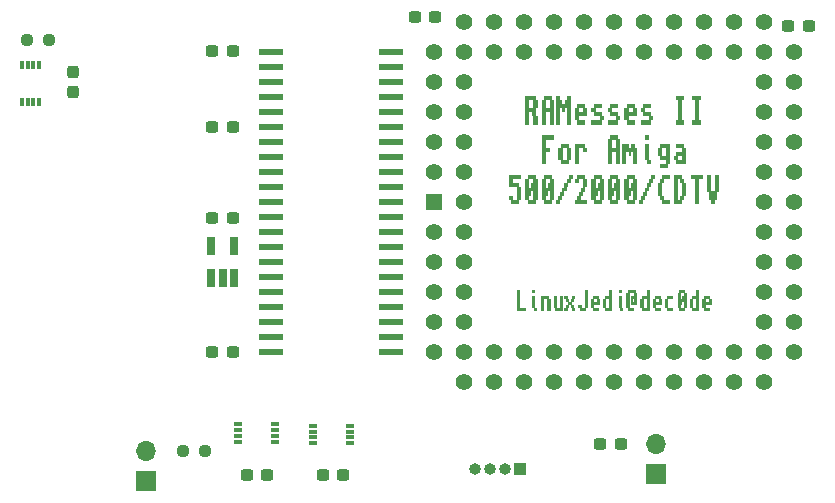
<source format=gts>
G04 #@! TF.GenerationSoftware,KiCad,Pcbnew,7.0.0-1.fc37*
G04 #@! TF.CreationDate,2023-02-19T18:56:11+00:00*
G04 #@! TF.ProjectId,Agnus,41676e75-732e-46b6-9963-61645f706362,rev?*
G04 #@! TF.SameCoordinates,Original*
G04 #@! TF.FileFunction,Soldermask,Top*
G04 #@! TF.FilePolarity,Negative*
%FSLAX46Y46*%
G04 Gerber Fmt 4.6, Leading zero omitted, Abs format (unit mm)*
G04 Created by KiCad (PCBNEW 7.0.0-1.fc37) date 2023-02-19 18:56:11*
%MOMM*%
%LPD*%
G01*
G04 APERTURE LIST*
G04 Aperture macros list*
%AMRoundRect*
0 Rectangle with rounded corners*
0 $1 Rounding radius*
0 $2 $3 $4 $5 $6 $7 $8 $9 X,Y pos of 4 corners*
0 Add a 4 corners polygon primitive as box body*
4,1,4,$2,$3,$4,$5,$6,$7,$8,$9,$2,$3,0*
0 Add four circle primitives for the rounded corners*
1,1,$1+$1,$2,$3*
1,1,$1+$1,$4,$5*
1,1,$1+$1,$6,$7*
1,1,$1+$1,$8,$9*
0 Add four rect primitives between the rounded corners*
20,1,$1+$1,$2,$3,$4,$5,0*
20,1,$1+$1,$4,$5,$6,$7,0*
20,1,$1+$1,$6,$7,$8,$9,0*
20,1,$1+$1,$8,$9,$2,$3,0*%
G04 Aperture macros list end*
%ADD10C,0.300000*%
%ADD11C,0.150000*%
%ADD12R,0.800000X0.300000*%
%ADD13RoundRect,0.237500X0.300000X0.237500X-0.300000X0.237500X-0.300000X-0.237500X0.300000X-0.237500X0*%
%ADD14RoundRect,0.237500X-0.250000X-0.237500X0.250000X-0.237500X0.250000X0.237500X-0.250000X0.237500X0*%
%ADD15RoundRect,0.237500X0.250000X0.237500X-0.250000X0.237500X-0.250000X-0.237500X0.250000X-0.237500X0*%
%ADD16RoundRect,0.237500X-0.300000X-0.237500X0.300000X-0.237500X0.300000X0.237500X-0.300000X0.237500X0*%
%ADD17R,0.300000X0.800000*%
%ADD18R,2.032000X0.508000*%
%ADD19R,0.650000X1.560000*%
%ADD20R,1.000000X1.000000*%
%ADD21O,1.000000X1.000000*%
%ADD22R,1.700000X1.700000*%
%ADD23O,1.700000X1.700000*%
%ADD24RoundRect,0.237500X0.237500X-0.300000X0.237500X0.300000X-0.237500X0.300000X-0.237500X-0.300000X0*%
%ADD25R,1.422400X1.422400*%
%ADD26C,1.422400*%
G04 APERTURE END LIST*
D10*
G36*
X143736318Y-43418479D02*
G01*
X143898984Y-43418479D01*
X143898984Y-44106267D01*
X143736318Y-44106267D01*
X143736318Y-44825318D01*
X143898984Y-44825318D01*
X143898984Y-45513106D01*
X143548740Y-45513106D01*
X143548740Y-44825318D01*
X143386074Y-44825318D01*
X143386074Y-44455534D01*
X143211196Y-44455534D01*
X143211196Y-45513106D01*
X142860952Y-45513106D01*
X142860952Y-43423852D01*
X143211196Y-43423852D01*
X143211196Y-44106267D01*
X143548740Y-44106267D01*
X143548740Y-43423852D01*
X143211196Y-43423852D01*
X142860952Y-43423852D01*
X142860952Y-43074585D01*
X143736318Y-43074585D01*
X143736318Y-43418479D01*
G37*
G36*
X145135341Y-43418479D02*
G01*
X145298007Y-43418479D01*
X145298007Y-45513106D01*
X144947763Y-45513106D01*
X144947763Y-44455534D01*
X144610219Y-44455534D01*
X144610219Y-45513106D01*
X144259975Y-45513106D01*
X144259975Y-43423852D01*
X144610219Y-43423852D01*
X144610219Y-44106267D01*
X144947763Y-44106267D01*
X144947763Y-43423852D01*
X144610219Y-43423852D01*
X144259975Y-43423852D01*
X144259975Y-43418479D01*
X144447554Y-43418479D01*
X144447554Y-43074585D01*
X145135341Y-43074585D01*
X145135341Y-43418479D01*
G37*
G36*
X146002892Y-44106267D02*
G01*
X145821664Y-44106267D01*
X145821664Y-45513106D01*
X145471420Y-45513106D01*
X145471420Y-43074585D01*
X145821664Y-43074585D01*
X145821664Y-43418479D01*
X146002892Y-43418479D01*
X146002892Y-43762373D01*
X146190470Y-43762373D01*
X146190470Y-43418479D01*
X146346786Y-43418479D01*
X146346786Y-43074585D01*
X146697030Y-43074585D01*
X146697030Y-45513106D01*
X146346786Y-45513106D01*
X146346786Y-44106267D01*
X146190470Y-44106267D01*
X146190470Y-44450161D01*
X146002892Y-44450161D01*
X146002892Y-44106267D01*
G37*
G36*
X147933387Y-44106267D02*
G01*
X148096053Y-44106267D01*
X148096053Y-44825318D01*
X147408265Y-44825318D01*
X147408265Y-45163838D01*
X147933387Y-45163838D01*
X147933387Y-45513106D01*
X147245600Y-45513106D01*
X147245600Y-45163838D01*
X147058021Y-45163838D01*
X147058021Y-44111640D01*
X147408265Y-44111640D01*
X147408265Y-44476050D01*
X147745809Y-44476050D01*
X147745809Y-44111640D01*
X147408265Y-44111640D01*
X147058021Y-44111640D01*
X147058021Y-44106267D01*
X147245600Y-44106267D01*
X147245600Y-43762373D01*
X147933387Y-43762373D01*
X147933387Y-44106267D01*
G37*
G36*
X148644623Y-43762373D02*
G01*
X149332410Y-43762373D01*
X149332410Y-44111640D01*
X148807288Y-44111640D01*
X148807288Y-44476050D01*
X149332410Y-44476050D01*
X149332410Y-44819944D01*
X149495076Y-44819944D01*
X149495076Y-45163838D01*
X149332410Y-45163838D01*
X149332410Y-45513106D01*
X148457044Y-45513106D01*
X148457044Y-45163838D01*
X149144832Y-45163838D01*
X149144832Y-44819944D01*
X148644623Y-44819944D01*
X148644623Y-44455534D01*
X148457044Y-44455534D01*
X148457044Y-44106267D01*
X148644623Y-44106267D01*
X148644623Y-43762373D01*
G37*
G36*
X150043646Y-43762373D02*
G01*
X150731434Y-43762373D01*
X150731434Y-44111640D01*
X150206311Y-44111640D01*
X150206311Y-44476050D01*
X150731434Y-44476050D01*
X150731434Y-44819944D01*
X150894099Y-44819944D01*
X150894099Y-45163838D01*
X150731434Y-45163838D01*
X150731434Y-45513106D01*
X149856067Y-45513106D01*
X149856067Y-45163838D01*
X150543855Y-45163838D01*
X150543855Y-44819944D01*
X150043646Y-44819944D01*
X150043646Y-44455534D01*
X149856067Y-44455534D01*
X149856067Y-44106267D01*
X150043646Y-44106267D01*
X150043646Y-43762373D01*
G37*
G36*
X152130457Y-44106267D02*
G01*
X152293122Y-44106267D01*
X152293122Y-44825318D01*
X151605334Y-44825318D01*
X151605334Y-45163838D01*
X152130457Y-45163838D01*
X152130457Y-45513106D01*
X151442669Y-45513106D01*
X151442669Y-45163838D01*
X151255090Y-45163838D01*
X151255090Y-44111640D01*
X151605334Y-44111640D01*
X151605334Y-44476050D01*
X151942878Y-44476050D01*
X151942878Y-44111640D01*
X151605334Y-44111640D01*
X151255090Y-44111640D01*
X151255090Y-44106267D01*
X151442669Y-44106267D01*
X151442669Y-43762373D01*
X152130457Y-43762373D01*
X152130457Y-44106267D01*
G37*
G36*
X152841692Y-43762373D02*
G01*
X153529480Y-43762373D01*
X153529480Y-44111640D01*
X153004357Y-44111640D01*
X153004357Y-44476050D01*
X153529480Y-44476050D01*
X153529480Y-44819944D01*
X153692145Y-44819944D01*
X153692145Y-45163838D01*
X153529480Y-45163838D01*
X153529480Y-45513106D01*
X152654113Y-45513106D01*
X152654113Y-45163838D01*
X153341901Y-45163838D01*
X153341901Y-44819944D01*
X152841692Y-44819944D01*
X152841692Y-44455534D01*
X152654113Y-44455534D01*
X152654113Y-44106267D01*
X152841692Y-44106267D01*
X152841692Y-43762373D01*
G37*
G36*
X155608475Y-43074585D02*
G01*
X156296263Y-43074585D01*
X156296263Y-43423852D01*
X156139947Y-43423852D01*
X156139947Y-45163838D01*
X156296263Y-45163838D01*
X156296263Y-45513106D01*
X155608475Y-45513106D01*
X155608475Y-45163838D01*
X155789703Y-45163838D01*
X155789703Y-43423852D01*
X155608475Y-43423852D01*
X155608475Y-43074585D01*
G37*
G36*
X157007498Y-43074585D02*
G01*
X157695286Y-43074585D01*
X157695286Y-43423852D01*
X157538970Y-43423852D01*
X157538970Y-45163838D01*
X157695286Y-45163838D01*
X157695286Y-45513106D01*
X157007498Y-45513106D01*
X157007498Y-45163838D01*
X157188726Y-45163838D01*
X157188726Y-43423852D01*
X157007498Y-43423852D01*
X157007498Y-43074585D01*
G37*
G36*
X144610219Y-48873106D02*
G01*
X144259975Y-48873106D01*
X144259975Y-46434585D01*
X145307288Y-46434585D01*
X145307288Y-46783852D01*
X144610219Y-46783852D01*
X144610219Y-47466267D01*
X144963394Y-47466267D01*
X144963394Y-47815534D01*
X144610219Y-47815534D01*
X144610219Y-48873106D01*
G37*
G36*
X146534364Y-47466267D02*
G01*
X146697030Y-47466267D01*
X146697030Y-48523838D01*
X146534364Y-48523838D01*
X146534364Y-48873106D01*
X145846577Y-48873106D01*
X145846577Y-48523838D01*
X145658998Y-48523838D01*
X145658998Y-47471640D01*
X146009242Y-47471640D01*
X146009242Y-48523838D01*
X146346786Y-48523838D01*
X146346786Y-47471640D01*
X146009242Y-47471640D01*
X145658998Y-47471640D01*
X145658998Y-47466267D01*
X145846577Y-47466267D01*
X145846577Y-47122373D01*
X146534364Y-47122373D01*
X146534364Y-47466267D01*
G37*
G36*
X147408265Y-48873106D02*
G01*
X147058021Y-48873106D01*
X147058021Y-47122373D01*
X147921175Y-47122373D01*
X147921175Y-47466267D01*
X148096053Y-47466267D01*
X148096053Y-47815534D01*
X147745809Y-47815534D01*
X147745809Y-47471640D01*
X147408265Y-47471640D01*
X147408265Y-48873106D01*
G37*
G36*
X150731433Y-46778479D02*
G01*
X150894099Y-46778479D01*
X150894099Y-48873106D01*
X150543855Y-48873106D01*
X150543855Y-47815534D01*
X150206311Y-47815534D01*
X150206311Y-48873106D01*
X149856067Y-48873106D01*
X149856067Y-46783852D01*
X150206311Y-46783852D01*
X150206311Y-47466267D01*
X150543855Y-47466267D01*
X150543855Y-46783852D01*
X150206311Y-46783852D01*
X149856067Y-46783852D01*
X149856067Y-46778479D01*
X150043646Y-46778479D01*
X150043646Y-46434585D01*
X150731433Y-46434585D01*
X150731433Y-46778479D01*
G37*
G36*
X151417756Y-48873106D02*
G01*
X151067512Y-48873106D01*
X151067512Y-47122373D01*
X151598984Y-47122373D01*
X151598984Y-47466267D01*
X151786563Y-47466267D01*
X151786563Y-47122373D01*
X152105544Y-47122373D01*
X152105544Y-47466267D01*
X152293122Y-47466267D01*
X152293122Y-48873106D01*
X151942878Y-48873106D01*
X151942878Y-47810161D01*
X151786563Y-47810161D01*
X151786563Y-48154055D01*
X151598984Y-48154055D01*
X151598984Y-47810161D01*
X151417756Y-47810161D01*
X151417756Y-48873106D01*
G37*
G36*
X152998007Y-47122373D02*
G01*
X153348251Y-47122373D01*
X153348251Y-48523838D01*
X153529480Y-48523838D01*
X153529480Y-48873106D01*
X153179235Y-48873106D01*
X153179235Y-48529212D01*
X152998007Y-48529212D01*
X152998007Y-47122373D01*
G37*
G36*
X152998007Y-46434585D02*
G01*
X153348251Y-46434585D01*
X153348251Y-46783852D01*
X152998007Y-46783852D01*
X152998007Y-46434585D01*
G37*
G36*
X155091168Y-48873106D02*
G01*
X154928503Y-48873106D01*
X154928503Y-49217000D01*
X154240715Y-49217000D01*
X154240715Y-48867732D01*
X154740924Y-48867732D01*
X154740924Y-48529212D01*
X154240715Y-48529212D01*
X154240715Y-48154055D01*
X154053136Y-48154055D01*
X154053136Y-47471640D01*
X154403380Y-47471640D01*
X154403380Y-48179944D01*
X154740924Y-48179944D01*
X154740924Y-47471640D01*
X154403380Y-47471640D01*
X154053136Y-47471640D01*
X154053136Y-47466267D01*
X154240715Y-47466267D01*
X154240715Y-47122373D01*
X155091168Y-47122373D01*
X155091168Y-48873106D01*
G37*
G36*
X156327526Y-47471640D02*
G01*
X156490191Y-47471640D01*
X156490191Y-48873106D01*
X155639738Y-48873106D01*
X155639738Y-48523838D01*
X155452159Y-48523838D01*
X155452159Y-48179944D01*
X155639738Y-48179944D01*
X155802403Y-48179944D01*
X155802403Y-48523838D01*
X156139947Y-48523838D01*
X156139947Y-48179944D01*
X155802403Y-48179944D01*
X155639738Y-48179944D01*
X155639738Y-47836050D01*
X156139947Y-47836050D01*
X156139947Y-47471640D01*
X155639738Y-47471640D01*
X155639738Y-47122373D01*
X156327526Y-47122373D01*
X156327526Y-47471640D01*
G37*
G36*
X141461929Y-51539944D02*
G01*
X141812173Y-51539944D01*
X141812173Y-51883838D01*
X142149717Y-51883838D01*
X142149717Y-50831640D01*
X141461929Y-50831640D01*
X141461929Y-49794585D01*
X142499961Y-49794585D01*
X142499961Y-50143852D01*
X141812173Y-50143852D01*
X141812173Y-50482373D01*
X142337295Y-50482373D01*
X142337295Y-50820893D01*
X142499961Y-50820893D01*
X142499961Y-51883838D01*
X142337295Y-51883838D01*
X142337295Y-52233106D01*
X141649508Y-52233106D01*
X141649508Y-51883838D01*
X141461929Y-51883838D01*
X141461929Y-51539944D01*
G37*
G36*
X143736318Y-50138479D02*
G01*
X143898984Y-50138479D01*
X143898984Y-51883838D01*
X143736318Y-51883838D01*
X143736318Y-52233106D01*
X143048531Y-52233106D01*
X143048531Y-51883838D01*
X143211196Y-51883838D01*
X143548740Y-51883838D01*
X143548740Y-51170161D01*
X143380212Y-51170161D01*
X143380212Y-51545318D01*
X143211196Y-51545318D01*
X143211196Y-51883838D01*
X143048531Y-51883838D01*
X142860952Y-51883838D01*
X142860952Y-50143852D01*
X143211196Y-50143852D01*
X143211196Y-50857530D01*
X143380212Y-50857530D01*
X143380212Y-50482373D01*
X143548740Y-50482373D01*
X143548740Y-50143852D01*
X143211196Y-50143852D01*
X142860952Y-50143852D01*
X142860952Y-50138479D01*
X143048531Y-50138479D01*
X143048531Y-49794585D01*
X143736318Y-49794585D01*
X143736318Y-50138479D01*
G37*
G36*
X145135341Y-50138479D02*
G01*
X145298007Y-50138479D01*
X145298007Y-51883838D01*
X145135341Y-51883838D01*
X145135341Y-52233106D01*
X144447554Y-52233106D01*
X144447554Y-51883838D01*
X144610219Y-51883838D01*
X144947763Y-51883838D01*
X144947763Y-51170161D01*
X144779235Y-51170161D01*
X144779235Y-51545318D01*
X144610219Y-51545318D01*
X144610219Y-51883838D01*
X144447554Y-51883838D01*
X144259975Y-51883838D01*
X144259975Y-50143852D01*
X144610219Y-50143852D01*
X144610219Y-50857530D01*
X144779235Y-50857530D01*
X144779235Y-50482373D01*
X144947763Y-50482373D01*
X144947763Y-50143852D01*
X144610219Y-50143852D01*
X144259975Y-50143852D01*
X144259975Y-50138479D01*
X144447554Y-50138479D01*
X144447554Y-49794585D01*
X145135341Y-49794585D01*
X145135341Y-50138479D01*
G37*
G36*
X145471420Y-51883838D02*
G01*
X145652648Y-51883838D01*
X145652648Y-51529686D01*
X145821664Y-51529686D01*
X145821664Y-51201424D01*
X146002892Y-51201424D01*
X146002892Y-50857530D01*
X146165558Y-50857530D01*
X146165558Y-50482373D01*
X146346786Y-50482373D01*
X146346786Y-50138479D01*
X146528014Y-50138479D01*
X146528014Y-49794585D01*
X146878258Y-49794585D01*
X146878258Y-50143852D01*
X146697030Y-50143852D01*
X146697030Y-50482373D01*
X146509452Y-50482373D01*
X146509452Y-50826267D01*
X146346786Y-50826267D01*
X146346786Y-51170161D01*
X146165558Y-51170161D01*
X146165558Y-51529686D01*
X146002892Y-51529686D01*
X146002892Y-51883838D01*
X145821664Y-51883838D01*
X145821664Y-52233106D01*
X145471420Y-52233106D01*
X145471420Y-51883838D01*
G37*
G36*
X147058021Y-51883838D02*
G01*
X147239249Y-51883838D01*
X147239249Y-51529686D01*
X147408265Y-51529686D01*
X147408265Y-51193608D01*
X147589494Y-51193608D01*
X147589494Y-50857530D01*
X147752159Y-50857530D01*
X147752159Y-50143852D01*
X147408265Y-50143852D01*
X147408265Y-50487746D01*
X147058021Y-50487746D01*
X147058021Y-50138479D01*
X147239249Y-50138479D01*
X147239249Y-49794585D01*
X147933387Y-49794585D01*
X147933387Y-50138479D01*
X148096053Y-50138479D01*
X148096053Y-50826267D01*
X147933387Y-50826267D01*
X147933387Y-51193608D01*
X147752159Y-51193608D01*
X147752159Y-51529686D01*
X147589494Y-51529686D01*
X147589494Y-51883838D01*
X148096053Y-51883838D01*
X148096053Y-52233106D01*
X147058021Y-52233106D01*
X147058021Y-51883838D01*
G37*
G36*
X149332411Y-50138479D02*
G01*
X149495076Y-50138479D01*
X149495076Y-51883838D01*
X149332411Y-51883838D01*
X149332411Y-52233106D01*
X148644623Y-52233106D01*
X148644623Y-51883838D01*
X148807288Y-51883838D01*
X149144832Y-51883838D01*
X149144832Y-51170161D01*
X148976304Y-51170161D01*
X148976304Y-51545318D01*
X148807288Y-51545318D01*
X148807288Y-51883838D01*
X148644623Y-51883838D01*
X148457044Y-51883838D01*
X148457044Y-50143852D01*
X148807288Y-50143852D01*
X148807288Y-50857530D01*
X148976304Y-50857530D01*
X148976304Y-50482373D01*
X149144832Y-50482373D01*
X149144832Y-50143852D01*
X148807288Y-50143852D01*
X148457044Y-50143852D01*
X148457044Y-50138479D01*
X148644623Y-50138479D01*
X148644623Y-49794585D01*
X149332411Y-49794585D01*
X149332411Y-50138479D01*
G37*
G36*
X150731434Y-50138479D02*
G01*
X150894099Y-50138479D01*
X150894099Y-51883838D01*
X150731434Y-51883838D01*
X150731434Y-52233106D01*
X150043646Y-52233106D01*
X150043646Y-51883838D01*
X150206311Y-51883838D01*
X150543855Y-51883838D01*
X150543855Y-51170161D01*
X150375327Y-51170161D01*
X150375327Y-51545318D01*
X150206311Y-51545318D01*
X150206311Y-51883838D01*
X150043646Y-51883838D01*
X149856067Y-51883838D01*
X149856067Y-50143852D01*
X150206311Y-50143852D01*
X150206311Y-50857530D01*
X150375327Y-50857530D01*
X150375327Y-50482373D01*
X150543855Y-50482373D01*
X150543855Y-50143852D01*
X150206311Y-50143852D01*
X149856067Y-50143852D01*
X149856067Y-50138479D01*
X150043646Y-50138479D01*
X150043646Y-49794585D01*
X150731434Y-49794585D01*
X150731434Y-50138479D01*
G37*
G36*
X152130457Y-50138479D02*
G01*
X152293122Y-50138479D01*
X152293122Y-51883838D01*
X152130457Y-51883838D01*
X152130457Y-52233106D01*
X151442669Y-52233106D01*
X151442669Y-51883838D01*
X151605334Y-51883838D01*
X151942878Y-51883838D01*
X151942878Y-51170161D01*
X151774351Y-51170161D01*
X151774351Y-51545318D01*
X151605334Y-51545318D01*
X151605334Y-51883838D01*
X151442669Y-51883838D01*
X151255090Y-51883838D01*
X151255090Y-50143852D01*
X151605334Y-50143852D01*
X151605334Y-50857530D01*
X151774351Y-50857530D01*
X151774351Y-50482373D01*
X151942878Y-50482373D01*
X151942878Y-50143852D01*
X151605334Y-50143852D01*
X151255090Y-50143852D01*
X151255090Y-50138479D01*
X151442669Y-50138479D01*
X151442669Y-49794585D01*
X152130457Y-49794585D01*
X152130457Y-50138479D01*
G37*
G36*
X152466535Y-51883838D02*
G01*
X152647763Y-51883838D01*
X152647763Y-51529686D01*
X152816779Y-51529686D01*
X152816779Y-51201424D01*
X152998007Y-51201424D01*
X152998007Y-50857530D01*
X153160673Y-50857530D01*
X153160673Y-50482373D01*
X153341901Y-50482373D01*
X153341901Y-50138479D01*
X153523129Y-50138479D01*
X153523129Y-49794585D01*
X153873374Y-49794585D01*
X153873374Y-50143852D01*
X153692145Y-50143852D01*
X153692145Y-50482373D01*
X153504567Y-50482373D01*
X153504567Y-50826267D01*
X153341901Y-50826267D01*
X153341901Y-51170161D01*
X153160673Y-51170161D01*
X153160673Y-51529686D01*
X152998007Y-51529686D01*
X152998007Y-51883838D01*
X152816779Y-51883838D01*
X152816779Y-52233106D01*
X152466535Y-52233106D01*
X152466535Y-51883838D01*
G37*
G36*
X154053136Y-50482373D02*
G01*
X154234364Y-50482373D01*
X154234364Y-50138479D01*
X154403381Y-50138479D01*
X154403381Y-49794585D01*
X155084818Y-49794585D01*
X155084818Y-50143852D01*
X154584609Y-50143852D01*
X154584609Y-50482373D01*
X154403381Y-50482373D01*
X154403381Y-51545318D01*
X154584609Y-51545318D01*
X154584609Y-51883838D01*
X155084818Y-51883838D01*
X155084818Y-52233106D01*
X154403381Y-52233106D01*
X154403381Y-51883838D01*
X154234364Y-51883838D01*
X154234364Y-51545318D01*
X154053136Y-51545318D01*
X154053136Y-50482373D01*
G37*
G36*
X156139947Y-50138479D02*
G01*
X156327526Y-50138479D01*
X156327526Y-50482373D01*
X156490191Y-50482373D01*
X156490191Y-51545318D01*
X156327526Y-51545318D01*
X156327526Y-51883838D01*
X156139947Y-51883838D01*
X156139947Y-52233106D01*
X155452159Y-52233106D01*
X155452159Y-50143852D01*
X155802404Y-50143852D01*
X155802404Y-51883838D01*
X155977281Y-51883838D01*
X155977281Y-51545318D01*
X156139947Y-51545318D01*
X156139947Y-50482373D01*
X155977281Y-50482373D01*
X155977281Y-50143852D01*
X155802404Y-50143852D01*
X155452159Y-50143852D01*
X155452159Y-49794585D01*
X156139947Y-49794585D01*
X156139947Y-50138479D01*
G37*
G36*
X157195076Y-50143852D02*
G01*
X156851182Y-50143852D01*
X156851182Y-49794585D01*
X157914127Y-49794585D01*
X157914127Y-50143852D01*
X157545320Y-50143852D01*
X157545320Y-52233106D01*
X157195076Y-52233106D01*
X157195076Y-50143852D01*
G37*
G36*
X158250205Y-49794585D02*
G01*
X158600450Y-49794585D01*
X158600450Y-51170161D01*
X158944344Y-51170161D01*
X158944344Y-49794585D01*
X159288237Y-49794585D01*
X159288237Y-51201424D01*
X159125572Y-51201424D01*
X159125572Y-51878953D01*
X158944344Y-51878953D01*
X158944344Y-52233106D01*
X158600450Y-52233106D01*
X158600450Y-51878953D01*
X158437784Y-51878953D01*
X158437784Y-51201424D01*
X158250205Y-51201424D01*
X158250205Y-49794585D01*
G37*
D11*
G36*
X142900030Y-61324579D02*
G01*
X142114545Y-61324579D01*
X142114545Y-59495689D01*
X142377229Y-59495689D01*
X142377229Y-61062629D01*
X142900030Y-61062629D01*
X142900030Y-61324579D01*
G37*
G36*
X143421733Y-60011530D02*
G01*
X143684416Y-60011530D01*
X143684416Y-61062629D01*
X143820337Y-61062629D01*
X143820337Y-61324579D01*
X143557654Y-61324579D01*
X143557654Y-61066659D01*
X143421733Y-61066659D01*
X143421733Y-60011530D01*
G37*
G36*
X143421733Y-59495689D02*
G01*
X143684416Y-59495689D01*
X143684416Y-59757639D01*
X143421733Y-59757639D01*
X143421733Y-59495689D01*
G37*
G36*
X144475763Y-61324579D02*
G01*
X144213080Y-61324579D01*
X144213080Y-60011530D01*
X144860446Y-60011530D01*
X144860446Y-60269450D01*
X144991604Y-60269450D01*
X144991604Y-61324579D01*
X144728921Y-61324579D01*
X144728921Y-60273480D01*
X144475763Y-60273480D01*
X144475763Y-61324579D01*
G37*
G36*
X145262347Y-60011530D02*
G01*
X145525030Y-60011530D01*
X145525030Y-61062629D01*
X145778188Y-61062629D01*
X145778188Y-60011530D01*
X146040871Y-60011530D01*
X146040871Y-61324579D01*
X145393872Y-61324579D01*
X145393872Y-61066659D01*
X145262347Y-61066659D01*
X145262347Y-60011530D01*
G37*
G36*
X146170931Y-60011530D02*
G01*
X146433614Y-60011530D01*
X146433614Y-60269450D01*
X146569535Y-60269450D01*
X146569535Y-60546788D01*
X146686771Y-60546788D01*
X146686771Y-60269450D01*
X146827455Y-60269450D01*
X146827455Y-60011530D01*
X147090139Y-60011530D01*
X147090139Y-60273480D01*
X146949455Y-60273480D01*
X146949455Y-60546788D01*
X146827455Y-60546788D01*
X146827455Y-60797015D01*
X146949455Y-60797015D01*
X146949455Y-61062629D01*
X147090139Y-61062629D01*
X147090139Y-61324579D01*
X146827455Y-61324579D01*
X146827455Y-61062629D01*
X146686771Y-61062629D01*
X146686771Y-60797015D01*
X146569535Y-60797015D01*
X146569535Y-61062629D01*
X146433614Y-61062629D01*
X146433614Y-61324579D01*
X146170931Y-61324579D01*
X146170931Y-61062629D01*
X146306852Y-61062629D01*
X146306852Y-60797015D01*
X146433614Y-60797015D01*
X146433614Y-60546788D01*
X146306852Y-60546788D01*
X146306852Y-60273480D01*
X146170931Y-60273480D01*
X146170931Y-60011530D01*
G37*
G36*
X147360882Y-60804708D02*
G01*
X147623565Y-60804708D01*
X147623565Y-61062629D01*
X147876723Y-61062629D01*
X147876723Y-59495689D01*
X148139406Y-59495689D01*
X148139406Y-61066659D01*
X148017407Y-61066659D01*
X148017407Y-61324579D01*
X147501566Y-61324579D01*
X147501566Y-61066659D01*
X147360882Y-61066659D01*
X147360882Y-60804708D01*
G37*
G36*
X149066674Y-60269450D02*
G01*
X149188673Y-60269450D01*
X149188673Y-60808738D01*
X148672832Y-60808738D01*
X148672832Y-61062629D01*
X149066674Y-61062629D01*
X149066674Y-61324579D01*
X148550833Y-61324579D01*
X148550833Y-61062629D01*
X148410149Y-61062629D01*
X148410149Y-60273480D01*
X148672832Y-60273480D01*
X148672832Y-60546788D01*
X148925990Y-60546788D01*
X148925990Y-60273480D01*
X148672832Y-60273480D01*
X148410149Y-60273480D01*
X148410149Y-60269450D01*
X148550833Y-60269450D01*
X148550833Y-60011530D01*
X149066674Y-60011530D01*
X149066674Y-60269450D01*
G37*
G36*
X150237940Y-61324579D02*
G01*
X149590941Y-61324579D01*
X149590941Y-61062629D01*
X149459416Y-61062629D01*
X149459416Y-60273480D01*
X149722099Y-60273480D01*
X149722099Y-61062629D01*
X149975257Y-61062629D01*
X149975257Y-60273480D01*
X149722099Y-60273480D01*
X149459416Y-60273480D01*
X149459416Y-60269450D01*
X149590941Y-60269450D01*
X149590941Y-60011530D01*
X149975257Y-60011530D01*
X149975257Y-59495689D01*
X150237940Y-59495689D01*
X150237940Y-61324579D01*
G37*
G36*
X150766604Y-60011530D02*
G01*
X151029287Y-60011530D01*
X151029287Y-61062629D01*
X151165208Y-61062629D01*
X151165208Y-61324579D01*
X150902525Y-61324579D01*
X150902525Y-61066659D01*
X150766604Y-61066659D01*
X150766604Y-60011530D01*
G37*
G36*
X150766604Y-59495689D02*
G01*
X151029287Y-59495689D01*
X151029287Y-59757639D01*
X150766604Y-59757639D01*
X150766604Y-59495689D01*
G37*
G36*
X152214476Y-59753609D02*
G01*
X152336475Y-59753609D01*
X152336475Y-60808738D01*
X151815871Y-60808738D01*
X151815871Y-60273480D01*
X151956555Y-60273480D01*
X151956555Y-60546788D01*
X152073792Y-60546788D01*
X152073792Y-60273480D01*
X151956555Y-60273480D01*
X151815871Y-60273480D01*
X151815871Y-60011530D01*
X152073792Y-60011530D01*
X152073792Y-59757639D01*
X151679950Y-59757639D01*
X151679950Y-61062629D01*
X152073792Y-61062629D01*
X152073792Y-61324579D01*
X151557951Y-61324579D01*
X151557951Y-61062629D01*
X151417267Y-61062629D01*
X151417267Y-59753609D01*
X151557951Y-59753609D01*
X151557951Y-59495689D01*
X152214476Y-59495689D01*
X152214476Y-59753609D01*
G37*
G36*
X153385742Y-61324579D02*
G01*
X152738743Y-61324579D01*
X152738743Y-61062629D01*
X152607218Y-61062629D01*
X152607218Y-60273480D01*
X152869901Y-60273480D01*
X152869901Y-61062629D01*
X153123059Y-61062629D01*
X153123059Y-60273480D01*
X152869901Y-60273480D01*
X152607218Y-60273480D01*
X152607218Y-60269450D01*
X152738743Y-60269450D01*
X152738743Y-60011530D01*
X153123059Y-60011530D01*
X153123059Y-59495689D01*
X153385742Y-59495689D01*
X153385742Y-61324579D01*
G37*
G36*
X154313010Y-60269450D02*
G01*
X154435009Y-60269450D01*
X154435009Y-60808738D01*
X153919169Y-60808738D01*
X153919169Y-61062629D01*
X154313010Y-61062629D01*
X154313010Y-61324579D01*
X153797169Y-61324579D01*
X153797169Y-61062629D01*
X153656485Y-61062629D01*
X153656485Y-60273480D01*
X153919169Y-60273480D01*
X153919169Y-60546788D01*
X154172326Y-60546788D01*
X154172326Y-60273480D01*
X153919169Y-60273480D01*
X153656485Y-60273480D01*
X153656485Y-60269450D01*
X153797169Y-60269450D01*
X153797169Y-60011530D01*
X154313010Y-60011530D01*
X154313010Y-60269450D01*
G37*
G36*
X154846437Y-60011530D02*
G01*
X155362277Y-60011530D01*
X155362277Y-60273480D01*
X154968436Y-60273480D01*
X154968436Y-61062629D01*
X155362277Y-61062629D01*
X155362277Y-61324579D01*
X154846437Y-61324579D01*
X154846437Y-61062629D01*
X154705753Y-61062629D01*
X154705753Y-60269450D01*
X154846437Y-60269450D01*
X154846437Y-60011530D01*
G37*
G36*
X156411545Y-59753609D02*
G01*
X156533544Y-59753609D01*
X156533544Y-61062629D01*
X156411545Y-61062629D01*
X156411545Y-61324579D01*
X155895704Y-61324579D01*
X155895704Y-61062629D01*
X156017703Y-61062629D01*
X156270861Y-61062629D01*
X156270861Y-60527370D01*
X156144465Y-60527370D01*
X156144465Y-60808738D01*
X156017703Y-60808738D01*
X156017703Y-61062629D01*
X155895704Y-61062629D01*
X155755020Y-61062629D01*
X155755020Y-59757639D01*
X156017703Y-59757639D01*
X156017703Y-60292897D01*
X156144465Y-60292897D01*
X156144465Y-60011530D01*
X156270861Y-60011530D01*
X156270861Y-59757639D01*
X156017703Y-59757639D01*
X155755020Y-59757639D01*
X155755020Y-59753609D01*
X155895704Y-59753609D01*
X155895704Y-59495689D01*
X156411545Y-59495689D01*
X156411545Y-59753609D01*
G37*
G36*
X157582811Y-61324579D02*
G01*
X156935812Y-61324579D01*
X156935812Y-61062629D01*
X156804287Y-61062629D01*
X156804287Y-60273480D01*
X157066970Y-60273480D01*
X157066970Y-61062629D01*
X157320128Y-61062629D01*
X157320128Y-60273480D01*
X157066970Y-60273480D01*
X156804287Y-60273480D01*
X156804287Y-60269450D01*
X156935812Y-60269450D01*
X156935812Y-60011530D01*
X157320128Y-60011530D01*
X157320128Y-59495689D01*
X157582811Y-59495689D01*
X157582811Y-61324579D01*
G37*
G36*
X158510079Y-60269450D02*
G01*
X158632079Y-60269450D01*
X158632079Y-60808738D01*
X158116238Y-60808738D01*
X158116238Y-61062629D01*
X158510079Y-61062629D01*
X158510079Y-61324579D01*
X157994238Y-61324579D01*
X157994238Y-61062629D01*
X157853554Y-61062629D01*
X157853554Y-60273480D01*
X158116238Y-60273480D01*
X158116238Y-60546788D01*
X158369395Y-60546788D01*
X158369395Y-60273480D01*
X158116238Y-60273480D01*
X157853554Y-60273480D01*
X157853554Y-60269450D01*
X157994238Y-60269450D01*
X157994238Y-60011530D01*
X158510079Y-60011530D01*
X158510079Y-60269450D01*
G37*
D12*
X128015999Y-72508999D03*
X128015999Y-72008999D03*
X128015999Y-71508999D03*
X128015999Y-71008999D03*
X124915999Y-71008999D03*
X124915999Y-71508999D03*
X124915999Y-72008999D03*
X124915999Y-72508999D03*
D13*
X118083500Y-39319200D03*
X116358500Y-39319200D03*
D14*
X100687500Y-38354000D03*
X102512500Y-38354000D03*
D12*
X121665999Y-72381999D03*
X121665999Y-71881999D03*
X121665999Y-71381999D03*
X121665999Y-70881999D03*
X118565999Y-70881999D03*
X118565999Y-71381999D03*
X118565999Y-71881999D03*
X118565999Y-72381999D03*
D15*
X115720500Y-73152000D03*
X113895500Y-73152000D03*
D13*
X135228500Y-36449000D03*
X133503500Y-36449000D03*
D16*
X119253500Y-75188000D03*
X120978500Y-75188000D03*
D13*
X118083500Y-45720000D03*
X116358500Y-45720000D03*
X118083500Y-64770000D03*
X116358500Y-64770000D03*
D17*
X101714999Y-40486999D03*
X101214999Y-40486999D03*
X100714999Y-40486999D03*
X100214999Y-40486999D03*
X100214999Y-43586999D03*
X100714999Y-43586999D03*
X101214999Y-43586999D03*
X101714999Y-43586999D03*
D16*
X116358500Y-53467000D03*
X118083500Y-53467000D03*
X165126500Y-37211000D03*
X166851500Y-37211000D03*
X125730500Y-75188000D03*
X127455500Y-75188000D03*
D18*
X121284999Y-39369999D03*
X121284999Y-40639999D03*
X121284999Y-41909999D03*
X121284999Y-43179999D03*
X121284999Y-44449999D03*
X121284999Y-45719999D03*
X121284999Y-46989999D03*
X121284999Y-48259999D03*
X121284999Y-49529999D03*
X121284999Y-50799999D03*
X121284999Y-52069999D03*
X121284999Y-53339999D03*
X121284999Y-54609999D03*
X121284999Y-55879999D03*
X121284999Y-57149999D03*
X121284999Y-58419999D03*
X121284999Y-59689999D03*
X121284999Y-60959999D03*
X121284999Y-62229999D03*
X121284999Y-63499999D03*
X121284999Y-64769999D03*
X131444999Y-64769999D03*
X131444999Y-63499999D03*
X131444999Y-62229999D03*
X131444999Y-60959999D03*
X131444999Y-59689999D03*
X131444999Y-58419999D03*
X131444999Y-57149999D03*
X131444999Y-55879999D03*
X131444999Y-54609999D03*
X131444999Y-53339999D03*
X131444999Y-52069999D03*
X131444999Y-50799999D03*
X131444999Y-49529999D03*
X131444999Y-48259999D03*
X131444999Y-46989999D03*
X131444999Y-45719999D03*
X131444999Y-44449999D03*
X131444999Y-43179999D03*
X131444999Y-41909999D03*
X131444999Y-40639999D03*
X131444999Y-39369999D03*
D19*
X116270999Y-58499999D03*
X117220999Y-58499999D03*
X118170999Y-58499999D03*
X118170999Y-55799999D03*
X116270999Y-55799999D03*
D13*
X150925700Y-72593200D03*
X149200700Y-72593200D03*
D20*
X142366999Y-74675999D03*
D21*
X141096999Y-74675999D03*
X139826999Y-74675999D03*
X138556999Y-74675999D03*
D22*
X110743999Y-75691999D03*
D23*
X110743999Y-73151999D03*
D24*
X104521000Y-42772500D03*
X104521000Y-41047500D03*
D22*
X153923999Y-75133199D03*
D23*
X153923999Y-72593199D03*
D25*
X135127999Y-52069999D03*
D26*
X137668000Y-52070000D03*
X135128000Y-49530000D03*
X137668000Y-49530000D03*
X135128000Y-46990000D03*
X137668000Y-46990000D03*
X135128000Y-44450000D03*
X137668000Y-44450000D03*
X135128000Y-41910000D03*
X137668000Y-41910000D03*
X135128000Y-39370000D03*
X137668000Y-36830000D03*
X137668000Y-39370000D03*
X140208000Y-36830000D03*
X140208000Y-39370000D03*
X142748000Y-36830000D03*
X142748000Y-39370000D03*
X145288000Y-36830000D03*
X145288000Y-39370000D03*
X147828000Y-36830000D03*
X147828000Y-39370000D03*
X150368000Y-36830000D03*
X150368000Y-39370000D03*
X152908000Y-36830000D03*
X152908000Y-39370000D03*
X155448000Y-36830000D03*
X155448000Y-39370000D03*
X157988000Y-36830000D03*
X157988000Y-39370000D03*
X160528000Y-36830000D03*
X160528000Y-39370000D03*
X163068000Y-36830000D03*
X165608000Y-39370000D03*
X163068000Y-39370000D03*
X165608000Y-41910000D03*
X163068000Y-41910000D03*
X165608000Y-44450000D03*
X163068000Y-44450000D03*
X165608000Y-46990000D03*
X163068000Y-46990000D03*
X165608000Y-49530000D03*
X163068000Y-49530000D03*
X165608000Y-52070000D03*
X163068000Y-52070000D03*
X165608000Y-54610000D03*
X163068000Y-54610000D03*
X165608000Y-57150000D03*
X163068000Y-57150000D03*
X165608000Y-59690000D03*
X163068000Y-59690000D03*
X165608000Y-62230000D03*
X163068000Y-62230000D03*
X165608000Y-64770000D03*
X163068000Y-67310000D03*
X163068000Y-64770000D03*
X160528000Y-67310000D03*
X160528000Y-64770000D03*
X157988000Y-67310000D03*
X157988000Y-64770000D03*
X155448000Y-67310000D03*
X155448000Y-64770000D03*
X152908000Y-67310000D03*
X152908000Y-64770000D03*
X150368000Y-67310000D03*
X150368000Y-64770000D03*
X147828000Y-67310000D03*
X147828000Y-64770000D03*
X145288000Y-67310000D03*
X145288000Y-64770000D03*
X142748000Y-67310000D03*
X142748000Y-64770000D03*
X140208000Y-67310000D03*
X140208000Y-64770000D03*
X137668000Y-67310000D03*
X135128000Y-64770000D03*
X137668000Y-64770000D03*
X135128000Y-62230000D03*
X137668000Y-62230000D03*
X135128000Y-59690000D03*
X137668000Y-59690000D03*
X135128000Y-57150000D03*
X137668000Y-57150000D03*
X135128000Y-54610000D03*
X137668000Y-54610000D03*
M02*

</source>
